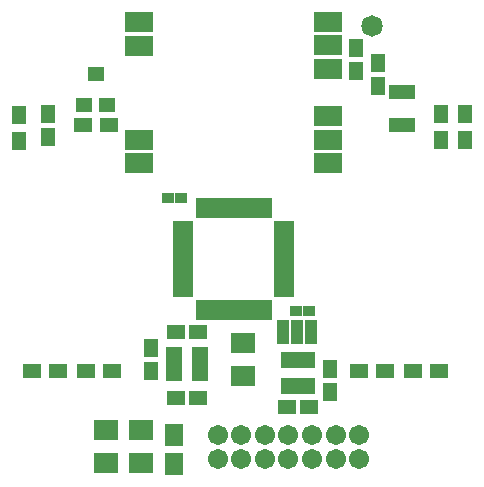
<source format=gbs>
G04 #@! TF.FileFunction,Soldermask,Bot*
%FSLAX46Y46*%
G04 Gerber Fmt 4.6, Leading zero omitted, Abs format (unit mm)*
G04 Created by KiCad (PCBNEW 4.0.6) date 04/02/17 18:06:46*
%MOMM*%
%LPD*%
G01*
G04 APERTURE LIST*
%ADD10C,0.100000*%
%ADD11R,1.460000X1.050000*%
%ADD12R,1.670000X0.933400*%
%ADD13R,0.933400X1.670000*%
%ADD14R,1.000000X0.900000*%
%ADD15R,1.150000X1.600000*%
%ADD16R,1.600000X1.150000*%
%ADD17R,1.997660X1.799540*%
%ADD18R,1.300000X1.600000*%
%ADD19R,1.600000X1.300000*%
%ADD20C,1.705560*%
%ADD21R,1.098500X2.099260*%
%ADD22R,1.050000X1.460000*%
%ADD23C,1.822400*%
%ADD24R,0.648920X1.197560*%
%ADD25R,1.398220X1.299160*%
%ADD26R,2.398980X1.670000*%
%ADD27R,1.650000X1.900000*%
G04 APERTURE END LIST*
D10*
D11*
X143299000Y-115385000D03*
X143299000Y-114435000D03*
X143299000Y-113485000D03*
X145499000Y-113485000D03*
X145499000Y-115385000D03*
X145499000Y-114435000D03*
D12*
X152629600Y-102749920D03*
X152629600Y-103550020D03*
X152629600Y-104350120D03*
X152629600Y-105150220D03*
X152629600Y-105947780D03*
X152629600Y-106747880D03*
X152629600Y-107547980D03*
X152629600Y-108348080D03*
D13*
X151136080Y-109841600D03*
X150335980Y-109841600D03*
X149535880Y-109841600D03*
X148735780Y-109841600D03*
X147938220Y-109841600D03*
X147138120Y-109841600D03*
X146338020Y-109841600D03*
X145537920Y-109841600D03*
D12*
X144046940Y-108348080D03*
X144046940Y-107547980D03*
X144046940Y-106747880D03*
X144046940Y-105947780D03*
X144046940Y-105150220D03*
X144046940Y-104350120D03*
X144046940Y-103550020D03*
X144046940Y-102749920D03*
D13*
X145537920Y-101258940D03*
X146338020Y-101258940D03*
X147138120Y-101258940D03*
X147938220Y-101258940D03*
X148735780Y-101258940D03*
X149535880Y-101258940D03*
X150335980Y-101258940D03*
X151136080Y-101258940D03*
D14*
X143832000Y-100418000D03*
X142732000Y-100418000D03*
D15*
X158648400Y-87729400D03*
X158648400Y-89629400D03*
X156464000Y-116782000D03*
X156464000Y-114882000D03*
X132588000Y-93292000D03*
X132588000Y-95192000D03*
D14*
X153628000Y-109990000D03*
X154728000Y-109990000D03*
D16*
X154747000Y-118118000D03*
X152847000Y-118118000D03*
D15*
X141351000Y-115004000D03*
X141351000Y-113104000D03*
D16*
X143449000Y-117356000D03*
X145349000Y-117356000D03*
D17*
X149098000Y-112654460D03*
X149098000Y-115453540D03*
X140462000Y-120020460D03*
X140462000Y-122819540D03*
X137541000Y-120020460D03*
X137541000Y-122819540D03*
D18*
X130175000Y-93396000D03*
X130175000Y-95596000D03*
D19*
X135552000Y-94242000D03*
X137752000Y-94242000D03*
D18*
X165862000Y-95469000D03*
X165862000Y-93269000D03*
D19*
X133434000Y-115070000D03*
X131234000Y-115070000D03*
X138006000Y-115070000D03*
X135806000Y-115070000D03*
X161120000Y-115070000D03*
X158920000Y-115070000D03*
X165692000Y-115070000D03*
X163492000Y-115070000D03*
D18*
X167894000Y-93269000D03*
X167894000Y-95469000D03*
D20*
X146970000Y-120470000D03*
X146970000Y-122468980D03*
X148968980Y-120470000D03*
X148968980Y-122468980D03*
X150967960Y-120470000D03*
X150967960Y-122468980D03*
X152969480Y-120470000D03*
X152969480Y-122468980D03*
X154968460Y-120470000D03*
X154968460Y-122468980D03*
X156969980Y-120470000D03*
X156969980Y-122468980D03*
X158968960Y-120470000D03*
X158968960Y-122468980D03*
D21*
X152471120Y-111768000D03*
X153670000Y-111768000D03*
X154868880Y-111768000D03*
D22*
X152847000Y-114097000D03*
X153797000Y-114097000D03*
X154747000Y-114097000D03*
X154747000Y-116297000D03*
X152847000Y-116297000D03*
X153797000Y-116297000D03*
D23*
X160021000Y-85863600D03*
D24*
X161811700Y-91449060D03*
X163310300Y-91449060D03*
X162312080Y-94248140D03*
X162312080Y-91449060D03*
X163310300Y-94248140D03*
X162809920Y-94248140D03*
X161811700Y-94248140D03*
X162809920Y-91449060D03*
D25*
X137650220Y-92491940D03*
X135653780Y-92491940D03*
X136652000Y-89896060D03*
D26*
X156334460Y-85448520D03*
X140337540Y-95445960D03*
X156334460Y-89449020D03*
X140335000Y-85448520D03*
X140337540Y-97447480D03*
X156334460Y-93446980D03*
X156334460Y-97447480D03*
X140335000Y-87544020D03*
X156334460Y-95445960D03*
X156334460Y-87450040D03*
D27*
X143319500Y-120424000D03*
X143319500Y-122924000D03*
D16*
X143449000Y-111768000D03*
X145349000Y-111768000D03*
D15*
X160528000Y-88974000D03*
X160528000Y-90874000D03*
M02*

</source>
